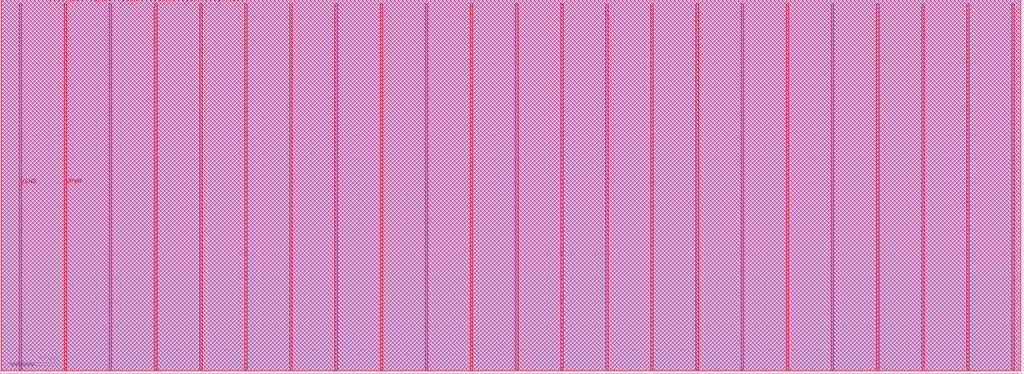
<source format=lef>
VERSION 5.8 ;
BUSBITCHARS "[]" ;
DIVIDERCHAR "/" ;
UNITS
    DATABASE MICRONS 1000 ;
END UNITS

VIA tt_um_algofoogle_raybox_zero_via1_2_2200_440_1_5_410_410
  VIARULE via1Array ;
  CUTSIZE 0.19 0.19 ;
  LAYERS Metal1 Via1 Metal2 ;
  CUTSPACING 0.22 0.22 ;
  ENCLOSURE 0.01 0.125 0.05 0.005 ;
  ROWCOL 1 5 ;
END tt_um_algofoogle_raybox_zero_via1_2_2200_440_1_5_410_410

VIA tt_um_algofoogle_raybox_zero_via2_3_2200_440_1_5_410_410
  VIARULE via2Array ;
  CUTSIZE 0.19 0.19 ;
  LAYERS Metal2 Via2 Metal3 ;
  CUTSPACING 0.22 0.22 ;
  ENCLOSURE 0.05 0.005 0.005 0.05 ;
  ROWCOL 1 5 ;
END tt_um_algofoogle_raybox_zero_via2_3_2200_440_1_5_410_410

VIA tt_um_algofoogle_raybox_zero_via3_4_2200_440_1_5_410_410
  VIARULE via3Array ;
  CUTSIZE 0.19 0.19 ;
  LAYERS Metal3 Via3 Metal4 ;
  CUTSPACING 0.22 0.22 ;
  ENCLOSURE 0.005 0.05 0.05 0.005 ;
  ROWCOL 1 5 ;
END tt_um_algofoogle_raybox_zero_via3_4_2200_440_1_5_410_410

VIA tt_um_algofoogle_raybox_zero_via4_5_2200_440_1_5_410_410
  VIARULE via4Array ;
  CUTSIZE 0.19 0.19 ;
  LAYERS Metal4 Via4 Metal5 ;
  CUTSPACING 0.22 0.22 ;
  ENCLOSURE 0.05 0.005 0.185 0.05 ;
  ROWCOL 1 5 ;
END tt_um_algofoogle_raybox_zero_via4_5_2200_440_1_5_410_410

MACRO tt_um_algofoogle_raybox_zero
  FOREIGN tt_um_algofoogle_raybox_zero 0 0 ;
  CLASS BLOCK ;
  SIZE 857.28 BY 313.74 ;
  PIN clk
    DIRECTION INPUT ;
    USE SIGNAL ;
    PORT
      LAYER Metal5 ;
        RECT  198.57 312.74 198.87 313.74 ;
    END
  END clk
  PIN ena
    DIRECTION INPUT ;
    USE SIGNAL ;
    PORT
      LAYER Metal5 ;
        RECT  202.41 312.74 202.71 313.74 ;
    END
  END ena
  PIN rst_n
    DIRECTION INPUT ;
    USE SIGNAL ;
    PORT
      LAYER Metal5 ;
        RECT  194.73 312.74 195.03 313.74 ;
    END
  END rst_n
  PIN ui_in[0]
    DIRECTION INPUT ;
    USE SIGNAL ;
    PORT
      LAYER Metal5 ;
        RECT  190.89 312.74 191.19 313.74 ;
    END
  END ui_in[0]
  PIN ui_in[1]
    DIRECTION INPUT ;
    USE SIGNAL ;
    PORT
      LAYER Metal5 ;
        RECT  187.05 312.74 187.35 313.74 ;
    END
  END ui_in[1]
  PIN ui_in[2]
    DIRECTION INPUT ;
    USE SIGNAL ;
    PORT
      LAYER Metal5 ;
        RECT  183.21 312.74 183.51 313.74 ;
    END
  END ui_in[2]
  PIN ui_in[3]
    DIRECTION INPUT ;
    USE SIGNAL ;
    PORT
      LAYER Metal5 ;
        RECT  179.37 312.74 179.67 313.74 ;
    END
  END ui_in[3]
  PIN ui_in[4]
    DIRECTION INPUT ;
    USE SIGNAL ;
    PORT
      LAYER Metal5 ;
        RECT  175.53 312.74 175.83 313.74 ;
    END
  END ui_in[4]
  PIN ui_in[5]
    DIRECTION INPUT ;
    USE SIGNAL ;
    PORT
      LAYER Metal5 ;
        RECT  171.69 312.74 171.99 313.74 ;
    END
  END ui_in[5]
  PIN ui_in[6]
    DIRECTION INPUT ;
    USE SIGNAL ;
    PORT
      LAYER Metal5 ;
        RECT  167.85 312.74 168.15 313.74 ;
    END
  END ui_in[6]
  PIN ui_in[7]
    DIRECTION INPUT ;
    USE SIGNAL ;
    PORT
      LAYER Metal5 ;
        RECT  164.01 312.74 164.31 313.74 ;
    END
  END ui_in[7]
  PIN uio_in[0]
    DIRECTION INPUT ;
    USE SIGNAL ;
    PORT
      LAYER Metal5 ;
        RECT  160.17 312.74 160.47 313.74 ;
    END
  END uio_in[0]
  PIN uio_in[1]
    DIRECTION INPUT ;
    USE SIGNAL ;
    PORT
      LAYER Metal5 ;
        RECT  156.33 312.74 156.63 313.74 ;
    END
  END uio_in[1]
  PIN uio_in[2]
    DIRECTION INPUT ;
    USE SIGNAL ;
    PORT
      LAYER Metal5 ;
        RECT  152.49 312.74 152.79 313.74 ;
    END
  END uio_in[2]
  PIN uio_in[3]
    DIRECTION INPUT ;
    USE SIGNAL ;
    PORT
      LAYER Metal5 ;
        RECT  148.65 312.74 148.95 313.74 ;
    END
  END uio_in[3]
  PIN uio_in[4]
    DIRECTION INPUT ;
    USE SIGNAL ;
    PORT
      LAYER Metal5 ;
        RECT  144.81 312.74 145.11 313.74 ;
    END
  END uio_in[4]
  PIN uio_in[5]
    DIRECTION INPUT ;
    USE SIGNAL ;
    PORT
      LAYER Metal5 ;
        RECT  140.97 312.74 141.27 313.74 ;
    END
  END uio_in[5]
  PIN uio_in[6]
    DIRECTION INPUT ;
    USE SIGNAL ;
    PORT
      LAYER Metal5 ;
        RECT  137.13 312.74 137.43 313.74 ;
    END
  END uio_in[6]
  PIN uio_in[7]
    DIRECTION INPUT ;
    USE SIGNAL ;
    PORT
      LAYER Metal5 ;
        RECT  133.29 312.74 133.59 313.74 ;
    END
  END uio_in[7]
  PIN uio_oe[0]
    DIRECTION OUTPUT ;
    USE SIGNAL ;
    PORT
      LAYER Metal5 ;
        RECT  68.01 312.74 68.31 313.74 ;
    END
  END uio_oe[0]
  PIN uio_oe[1]
    DIRECTION OUTPUT ;
    USE SIGNAL ;
    PORT
      LAYER Metal5 ;
        RECT  64.17 312.74 64.47 313.74 ;
    END
  END uio_oe[1]
  PIN uio_oe[2]
    DIRECTION OUTPUT ;
    USE SIGNAL ;
    PORT
      LAYER Metal5 ;
        RECT  60.33 312.74 60.63 313.74 ;
    END
  END uio_oe[2]
  PIN uio_oe[3]
    DIRECTION OUTPUT ;
    USE SIGNAL ;
    PORT
      LAYER Metal5 ;
        RECT  56.49 312.74 56.79 313.74 ;
    END
  END uio_oe[3]
  PIN uio_oe[4]
    DIRECTION OUTPUT ;
    USE SIGNAL ;
    PORT
      LAYER Metal5 ;
        RECT  52.65 312.74 52.95 313.74 ;
    END
  END uio_oe[4]
  PIN uio_oe[5]
    DIRECTION OUTPUT ;
    USE SIGNAL ;
    PORT
      LAYER Metal5 ;
        RECT  48.81 312.74 49.11 313.74 ;
    END
  END uio_oe[5]
  PIN uio_oe[6]
    DIRECTION OUTPUT ;
    USE SIGNAL ;
    PORT
      LAYER Metal5 ;
        RECT  44.97 312.74 45.27 313.74 ;
    END
  END uio_oe[6]
  PIN uio_oe[7]
    DIRECTION OUTPUT ;
    USE SIGNAL ;
    PORT
      LAYER Metal5 ;
        RECT  41.13 312.74 41.43 313.74 ;
    END
  END uio_oe[7]
  PIN uio_out[0]
    DIRECTION OUTPUT ;
    USE SIGNAL ;
    PORT
      LAYER Metal5 ;
        RECT  98.73 312.74 99.03 313.74 ;
    END
  END uio_out[0]
  PIN uio_out[1]
    DIRECTION OUTPUT ;
    USE SIGNAL ;
    PORT
      LAYER Metal5 ;
        RECT  94.89 312.74 95.19 313.74 ;
    END
  END uio_out[1]
  PIN uio_out[2]
    DIRECTION OUTPUT ;
    USE SIGNAL ;
    PORT
      LAYER Metal5 ;
        RECT  91.05 312.74 91.35 313.74 ;
    END
  END uio_out[2]
  PIN uio_out[3]
    DIRECTION OUTPUT ;
    USE SIGNAL ;
    PORT
      LAYER Metal5 ;
        RECT  87.21 312.74 87.51 313.74 ;
    END
  END uio_out[3]
  PIN uio_out[4]
    DIRECTION OUTPUT ;
    USE SIGNAL ;
    PORT
      LAYER Metal5 ;
        RECT  83.37 312.74 83.67 313.74 ;
    END
  END uio_out[4]
  PIN uio_out[5]
    DIRECTION OUTPUT ;
    USE SIGNAL ;
    PORT
      LAYER Metal5 ;
        RECT  79.53 312.74 79.83 313.74 ;
    END
  END uio_out[5]
  PIN uio_out[6]
    DIRECTION OUTPUT ;
    USE SIGNAL ;
    PORT
      LAYER Metal5 ;
        RECT  75.69 312.74 75.99 313.74 ;
    END
  END uio_out[6]
  PIN uio_out[7]
    DIRECTION OUTPUT ;
    USE SIGNAL ;
    PORT
      LAYER Metal5 ;
        RECT  71.85 312.74 72.15 313.74 ;
    END
  END uio_out[7]
  PIN uo_out[0]
    DIRECTION OUTPUT ;
    USE SIGNAL ;
    PORT
      LAYER Metal5 ;
        RECT  129.45 312.74 129.75 313.74 ;
    END
  END uo_out[0]
  PIN uo_out[1]
    DIRECTION OUTPUT ;
    USE SIGNAL ;
    PORT
      LAYER Metal5 ;
        RECT  125.61 312.74 125.91 313.74 ;
    END
  END uo_out[1]
  PIN uo_out[2]
    DIRECTION OUTPUT ;
    USE SIGNAL ;
    PORT
      LAYER Metal5 ;
        RECT  121.77 312.74 122.07 313.74 ;
    END
  END uo_out[2]
  PIN uo_out[3]
    DIRECTION OUTPUT ;
    USE SIGNAL ;
    PORT
      LAYER Metal5 ;
        RECT  117.93 312.74 118.23 313.74 ;
    END
  END uo_out[3]
  PIN uo_out[4]
    DIRECTION OUTPUT ;
    USE SIGNAL ;
    PORT
      LAYER Metal5 ;
        RECT  114.09 312.74 114.39 313.74 ;
    END
  END uo_out[4]
  PIN uo_out[5]
    DIRECTION OUTPUT ;
    USE SIGNAL ;
    PORT
      LAYER Metal5 ;
        RECT  110.25 312.74 110.55 313.74 ;
    END
  END uo_out[5]
  PIN uo_out[6]
    DIRECTION OUTPUT ;
    USE SIGNAL ;
    PORT
      LAYER Metal5 ;
        RECT  106.41 312.74 106.71 313.74 ;
    END
  END uo_out[6]
  PIN uo_out[7]
    DIRECTION OUTPUT ;
    USE SIGNAL ;
    PORT
      LAYER Metal5 ;
        RECT  102.57 312.74 102.87 313.74 ;
    END
  END uo_out[7]
  PIN VGND
    DIRECTION INOUT ;
    USE GROUND ;
    PORT
      LAYER Metal5 ;
        RECT  846.98 3.56 849.18 310.18 ;
        RECT  771.38 3.56 773.58 310.18 ;
        RECT  695.78 3.56 697.98 310.18 ;
        RECT  620.18 3.56 622.38 310.18 ;
        RECT  544.58 3.56 546.78 310.18 ;
        RECT  468.98 3.56 471.18 310.18 ;
        RECT  393.38 3.56 395.58 310.18 ;
        RECT  317.78 3.56 319.98 310.18 ;
        RECT  242.18 3.56 244.38 310.18 ;
        RECT  166.58 3.56 168.78 310.18 ;
        RECT  90.98 3.56 93.18 310.18 ;
        RECT  15.38 3.56 17.58 310.18 ;
    END
  END VGND
  PIN VPWR
    DIRECTION INOUT ;
    USE POWER ;
    PORT
      LAYER Metal5 ;
        RECT  809.18 3.56 811.38 310.18 ;
        RECT  733.58 3.56 735.78 310.18 ;
        RECT  657.98 3.56 660.18 310.18 ;
        RECT  582.38 3.56 584.58 310.18 ;
        RECT  506.78 3.56 508.98 310.18 ;
        RECT  431.18 3.56 433.38 310.18 ;
        RECT  355.58 3.56 357.78 310.18 ;
        RECT  279.98 3.56 282.18 310.18 ;
        RECT  204.38 3.56 206.58 310.18 ;
        RECT  128.78 3.56 130.98 310.18 ;
        RECT  53.18 3.56 55.38 310.18 ;
    END
  END VPWR
  OBS
    LAYER Metal1 ;
     RECT  0.335 2.375 854.675 313.74 ;
    LAYER Metal2 ;
     RECT  0.335 2.375 854.675 313.74 ;
    LAYER Metal3 ;
     RECT  0.335 2.375 854.675 313.74 ;
    LAYER Metal4 ;
     RECT  0.335 2.375 854.675 313.74 ;
    LAYER Metal5 ;
     RECT  0.335 2.375 854.675 313.74 ;
  END
END tt_um_algofoogle_raybox_zero
END LIBRARY

</source>
